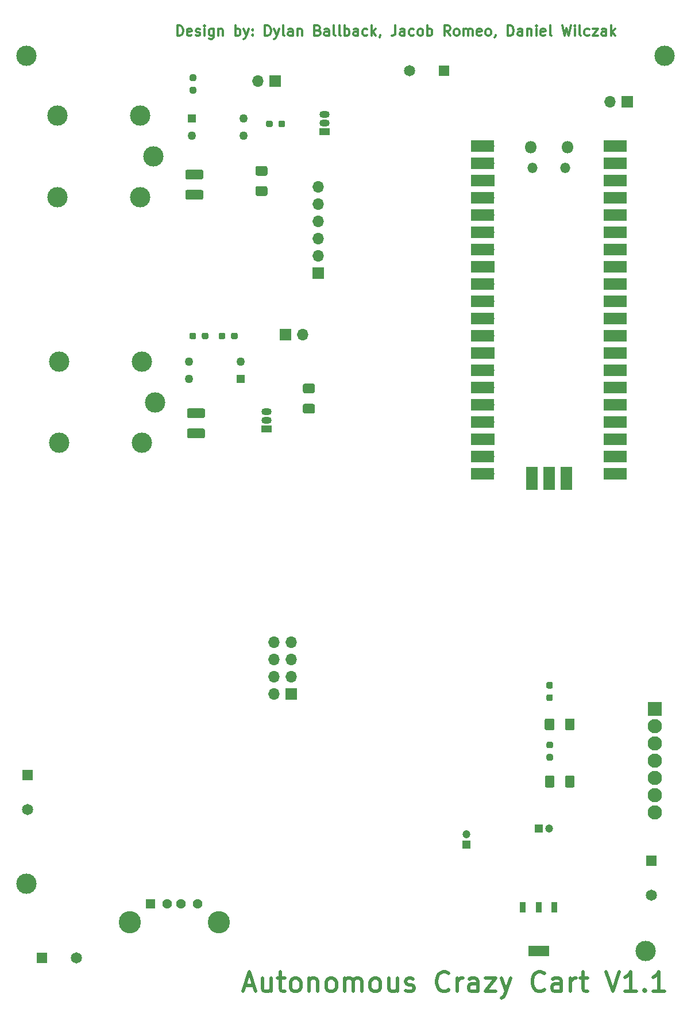
<source format=gbr>
%TF.GenerationSoftware,KiCad,Pcbnew,(5.1.10-1-10_14)*%
%TF.CreationDate,2021-10-16T18:52:24-04:00*%
%TF.ProjectId,CC_PCB_V1,43435f50-4342-45f5-9631-2e6b69636164,10/13/2021*%
%TF.SameCoordinates,Original*%
%TF.FileFunction,Soldermask,Top*%
%TF.FilePolarity,Negative*%
%FSLAX46Y46*%
G04 Gerber Fmt 4.6, Leading zero omitted, Abs format (unit mm)*
G04 Created by KiCad (PCBNEW (5.1.10-1-10_14)) date 2021-10-16 18:52:24*
%MOMM*%
%LPD*%
G01*
G04 APERTURE LIST*
%ADD10C,0.300000*%
%ADD11C,0.500000*%
%ADD12C,3.276000*%
%ADD13C,1.428000*%
%ADD14R,1.428000X1.428000*%
%ADD15C,1.200000*%
%ADD16R,1.200000X1.200000*%
%ADD17C,3.000000*%
%ADD18R,1.500000X1.050000*%
%ADD19O,1.500000X1.050000*%
%ADD20C,1.260000*%
%ADD21R,1.260000X1.260000*%
%ADD22O,1.700000X1.700000*%
%ADD23R,1.700000X1.700000*%
%ADD24C,1.650000*%
%ADD25R,1.650000X1.650000*%
%ADD26R,3.098800X1.600200*%
%ADD27R,0.838200X1.600200*%
%ADD28R,1.700000X3.500000*%
%ADD29O,1.500000X1.500000*%
%ADD30O,1.800000X1.800000*%
%ADD31R,3.500000X1.700000*%
%ADD32C,2.100000*%
%ADD33R,2.100000X2.100000*%
G04 APERTURE END LIST*
D10*
X82214285Y-19078571D02*
X82214285Y-17578571D01*
X82571428Y-17578571D01*
X82785714Y-17650000D01*
X82928571Y-17792857D01*
X83000000Y-17935714D01*
X83071428Y-18221428D01*
X83071428Y-18435714D01*
X83000000Y-18721428D01*
X82928571Y-18864285D01*
X82785714Y-19007142D01*
X82571428Y-19078571D01*
X82214285Y-19078571D01*
X84285714Y-19007142D02*
X84142857Y-19078571D01*
X83857142Y-19078571D01*
X83714285Y-19007142D01*
X83642857Y-18864285D01*
X83642857Y-18292857D01*
X83714285Y-18150000D01*
X83857142Y-18078571D01*
X84142857Y-18078571D01*
X84285714Y-18150000D01*
X84357142Y-18292857D01*
X84357142Y-18435714D01*
X83642857Y-18578571D01*
X84928571Y-19007142D02*
X85071428Y-19078571D01*
X85357142Y-19078571D01*
X85500000Y-19007142D01*
X85571428Y-18864285D01*
X85571428Y-18792857D01*
X85500000Y-18650000D01*
X85357142Y-18578571D01*
X85142857Y-18578571D01*
X85000000Y-18507142D01*
X84928571Y-18364285D01*
X84928571Y-18292857D01*
X85000000Y-18150000D01*
X85142857Y-18078571D01*
X85357142Y-18078571D01*
X85500000Y-18150000D01*
X86214285Y-19078571D02*
X86214285Y-18078571D01*
X86214285Y-17578571D02*
X86142857Y-17650000D01*
X86214285Y-17721428D01*
X86285714Y-17650000D01*
X86214285Y-17578571D01*
X86214285Y-17721428D01*
X87571428Y-18078571D02*
X87571428Y-19292857D01*
X87500000Y-19435714D01*
X87428571Y-19507142D01*
X87285714Y-19578571D01*
X87071428Y-19578571D01*
X86928571Y-19507142D01*
X87571428Y-19007142D02*
X87428571Y-19078571D01*
X87142857Y-19078571D01*
X87000000Y-19007142D01*
X86928571Y-18935714D01*
X86857142Y-18792857D01*
X86857142Y-18364285D01*
X86928571Y-18221428D01*
X87000000Y-18150000D01*
X87142857Y-18078571D01*
X87428571Y-18078571D01*
X87571428Y-18150000D01*
X88285714Y-18078571D02*
X88285714Y-19078571D01*
X88285714Y-18221428D02*
X88357142Y-18150000D01*
X88500000Y-18078571D01*
X88714285Y-18078571D01*
X88857142Y-18150000D01*
X88928571Y-18292857D01*
X88928571Y-19078571D01*
X90785714Y-19078571D02*
X90785714Y-17578571D01*
X90785714Y-18150000D02*
X90928571Y-18078571D01*
X91214285Y-18078571D01*
X91357142Y-18150000D01*
X91428571Y-18221428D01*
X91500000Y-18364285D01*
X91500000Y-18792857D01*
X91428571Y-18935714D01*
X91357142Y-19007142D01*
X91214285Y-19078571D01*
X90928571Y-19078571D01*
X90785714Y-19007142D01*
X92000000Y-18078571D02*
X92357142Y-19078571D01*
X92714285Y-18078571D02*
X92357142Y-19078571D01*
X92214285Y-19435714D01*
X92142857Y-19507142D01*
X92000000Y-19578571D01*
X93285714Y-18935714D02*
X93357142Y-19007142D01*
X93285714Y-19078571D01*
X93214285Y-19007142D01*
X93285714Y-18935714D01*
X93285714Y-19078571D01*
X93285714Y-18150000D02*
X93357142Y-18221428D01*
X93285714Y-18292857D01*
X93214285Y-18221428D01*
X93285714Y-18150000D01*
X93285714Y-18292857D01*
X95142857Y-19078571D02*
X95142857Y-17578571D01*
X95500000Y-17578571D01*
X95714285Y-17650000D01*
X95857142Y-17792857D01*
X95928571Y-17935714D01*
X96000000Y-18221428D01*
X96000000Y-18435714D01*
X95928571Y-18721428D01*
X95857142Y-18864285D01*
X95714285Y-19007142D01*
X95500000Y-19078571D01*
X95142857Y-19078571D01*
X96500000Y-18078571D02*
X96857142Y-19078571D01*
X97214285Y-18078571D02*
X96857142Y-19078571D01*
X96714285Y-19435714D01*
X96642857Y-19507142D01*
X96500000Y-19578571D01*
X98000000Y-19078571D02*
X97857142Y-19007142D01*
X97785714Y-18864285D01*
X97785714Y-17578571D01*
X99214285Y-19078571D02*
X99214285Y-18292857D01*
X99142857Y-18150000D01*
X99000000Y-18078571D01*
X98714285Y-18078571D01*
X98571428Y-18150000D01*
X99214285Y-19007142D02*
X99071428Y-19078571D01*
X98714285Y-19078571D01*
X98571428Y-19007142D01*
X98500000Y-18864285D01*
X98500000Y-18721428D01*
X98571428Y-18578571D01*
X98714285Y-18507142D01*
X99071428Y-18507142D01*
X99214285Y-18435714D01*
X99928571Y-18078571D02*
X99928571Y-19078571D01*
X99928571Y-18221428D02*
X100000000Y-18150000D01*
X100142857Y-18078571D01*
X100357142Y-18078571D01*
X100500000Y-18150000D01*
X100571428Y-18292857D01*
X100571428Y-19078571D01*
X102928571Y-18292857D02*
X103142857Y-18364285D01*
X103214285Y-18435714D01*
X103285714Y-18578571D01*
X103285714Y-18792857D01*
X103214285Y-18935714D01*
X103142857Y-19007142D01*
X103000000Y-19078571D01*
X102428571Y-19078571D01*
X102428571Y-17578571D01*
X102928571Y-17578571D01*
X103071428Y-17650000D01*
X103142857Y-17721428D01*
X103214285Y-17864285D01*
X103214285Y-18007142D01*
X103142857Y-18150000D01*
X103071428Y-18221428D01*
X102928571Y-18292857D01*
X102428571Y-18292857D01*
X104571428Y-19078571D02*
X104571428Y-18292857D01*
X104500000Y-18150000D01*
X104357142Y-18078571D01*
X104071428Y-18078571D01*
X103928571Y-18150000D01*
X104571428Y-19007142D02*
X104428571Y-19078571D01*
X104071428Y-19078571D01*
X103928571Y-19007142D01*
X103857142Y-18864285D01*
X103857142Y-18721428D01*
X103928571Y-18578571D01*
X104071428Y-18507142D01*
X104428571Y-18507142D01*
X104571428Y-18435714D01*
X105500000Y-19078571D02*
X105357142Y-19007142D01*
X105285714Y-18864285D01*
X105285714Y-17578571D01*
X106285714Y-19078571D02*
X106142857Y-19007142D01*
X106071428Y-18864285D01*
X106071428Y-17578571D01*
X106857142Y-19078571D02*
X106857142Y-17578571D01*
X106857142Y-18150000D02*
X107000000Y-18078571D01*
X107285714Y-18078571D01*
X107428571Y-18150000D01*
X107500000Y-18221428D01*
X107571428Y-18364285D01*
X107571428Y-18792857D01*
X107500000Y-18935714D01*
X107428571Y-19007142D01*
X107285714Y-19078571D01*
X107000000Y-19078571D01*
X106857142Y-19007142D01*
X108857142Y-19078571D02*
X108857142Y-18292857D01*
X108785714Y-18150000D01*
X108642857Y-18078571D01*
X108357142Y-18078571D01*
X108214285Y-18150000D01*
X108857142Y-19007142D02*
X108714285Y-19078571D01*
X108357142Y-19078571D01*
X108214285Y-19007142D01*
X108142857Y-18864285D01*
X108142857Y-18721428D01*
X108214285Y-18578571D01*
X108357142Y-18507142D01*
X108714285Y-18507142D01*
X108857142Y-18435714D01*
X110214285Y-19007142D02*
X110071428Y-19078571D01*
X109785714Y-19078571D01*
X109642857Y-19007142D01*
X109571428Y-18935714D01*
X109500000Y-18792857D01*
X109500000Y-18364285D01*
X109571428Y-18221428D01*
X109642857Y-18150000D01*
X109785714Y-18078571D01*
X110071428Y-18078571D01*
X110214285Y-18150000D01*
X110857142Y-19078571D02*
X110857142Y-17578571D01*
X111000000Y-18507142D02*
X111428571Y-19078571D01*
X111428571Y-18078571D02*
X110857142Y-18650000D01*
X112142857Y-19007142D02*
X112142857Y-19078571D01*
X112071428Y-19221428D01*
X112000000Y-19292857D01*
X114357142Y-17578571D02*
X114357142Y-18650000D01*
X114285714Y-18864285D01*
X114142857Y-19007142D01*
X113928571Y-19078571D01*
X113785714Y-19078571D01*
X115714285Y-19078571D02*
X115714285Y-18292857D01*
X115642857Y-18150000D01*
X115500000Y-18078571D01*
X115214285Y-18078571D01*
X115071428Y-18150000D01*
X115714285Y-19007142D02*
X115571428Y-19078571D01*
X115214285Y-19078571D01*
X115071428Y-19007142D01*
X115000000Y-18864285D01*
X115000000Y-18721428D01*
X115071428Y-18578571D01*
X115214285Y-18507142D01*
X115571428Y-18507142D01*
X115714285Y-18435714D01*
X117071428Y-19007142D02*
X116928571Y-19078571D01*
X116642857Y-19078571D01*
X116500000Y-19007142D01*
X116428571Y-18935714D01*
X116357142Y-18792857D01*
X116357142Y-18364285D01*
X116428571Y-18221428D01*
X116500000Y-18150000D01*
X116642857Y-18078571D01*
X116928571Y-18078571D01*
X117071428Y-18150000D01*
X117928571Y-19078571D02*
X117785714Y-19007142D01*
X117714285Y-18935714D01*
X117642857Y-18792857D01*
X117642857Y-18364285D01*
X117714285Y-18221428D01*
X117785714Y-18150000D01*
X117928571Y-18078571D01*
X118142857Y-18078571D01*
X118285714Y-18150000D01*
X118357142Y-18221428D01*
X118428571Y-18364285D01*
X118428571Y-18792857D01*
X118357142Y-18935714D01*
X118285714Y-19007142D01*
X118142857Y-19078571D01*
X117928571Y-19078571D01*
X119071428Y-19078571D02*
X119071428Y-17578571D01*
X119071428Y-18150000D02*
X119214285Y-18078571D01*
X119500000Y-18078571D01*
X119642857Y-18150000D01*
X119714285Y-18221428D01*
X119785714Y-18364285D01*
X119785714Y-18792857D01*
X119714285Y-18935714D01*
X119642857Y-19007142D01*
X119500000Y-19078571D01*
X119214285Y-19078571D01*
X119071428Y-19007142D01*
X122428571Y-19078571D02*
X121928571Y-18364285D01*
X121571428Y-19078571D02*
X121571428Y-17578571D01*
X122142857Y-17578571D01*
X122285714Y-17650000D01*
X122357142Y-17721428D01*
X122428571Y-17864285D01*
X122428571Y-18078571D01*
X122357142Y-18221428D01*
X122285714Y-18292857D01*
X122142857Y-18364285D01*
X121571428Y-18364285D01*
X123285714Y-19078571D02*
X123142857Y-19007142D01*
X123071428Y-18935714D01*
X123000000Y-18792857D01*
X123000000Y-18364285D01*
X123071428Y-18221428D01*
X123142857Y-18150000D01*
X123285714Y-18078571D01*
X123500000Y-18078571D01*
X123642857Y-18150000D01*
X123714285Y-18221428D01*
X123785714Y-18364285D01*
X123785714Y-18792857D01*
X123714285Y-18935714D01*
X123642857Y-19007142D01*
X123500000Y-19078571D01*
X123285714Y-19078571D01*
X124428571Y-19078571D02*
X124428571Y-18078571D01*
X124428571Y-18221428D02*
X124500000Y-18150000D01*
X124642857Y-18078571D01*
X124857142Y-18078571D01*
X125000000Y-18150000D01*
X125071428Y-18292857D01*
X125071428Y-19078571D01*
X125071428Y-18292857D02*
X125142857Y-18150000D01*
X125285714Y-18078571D01*
X125500000Y-18078571D01*
X125642857Y-18150000D01*
X125714285Y-18292857D01*
X125714285Y-19078571D01*
X127000000Y-19007142D02*
X126857142Y-19078571D01*
X126571428Y-19078571D01*
X126428571Y-19007142D01*
X126357142Y-18864285D01*
X126357142Y-18292857D01*
X126428571Y-18150000D01*
X126571428Y-18078571D01*
X126857142Y-18078571D01*
X127000000Y-18150000D01*
X127071428Y-18292857D01*
X127071428Y-18435714D01*
X126357142Y-18578571D01*
X127928571Y-19078571D02*
X127785714Y-19007142D01*
X127714285Y-18935714D01*
X127642857Y-18792857D01*
X127642857Y-18364285D01*
X127714285Y-18221428D01*
X127785714Y-18150000D01*
X127928571Y-18078571D01*
X128142857Y-18078571D01*
X128285714Y-18150000D01*
X128357142Y-18221428D01*
X128428571Y-18364285D01*
X128428571Y-18792857D01*
X128357142Y-18935714D01*
X128285714Y-19007142D01*
X128142857Y-19078571D01*
X127928571Y-19078571D01*
X129142857Y-19007142D02*
X129142857Y-19078571D01*
X129071428Y-19221428D01*
X129000000Y-19292857D01*
X130928571Y-19078571D02*
X130928571Y-17578571D01*
X131285714Y-17578571D01*
X131500000Y-17650000D01*
X131642857Y-17792857D01*
X131714285Y-17935714D01*
X131785714Y-18221428D01*
X131785714Y-18435714D01*
X131714285Y-18721428D01*
X131642857Y-18864285D01*
X131500000Y-19007142D01*
X131285714Y-19078571D01*
X130928571Y-19078571D01*
X133071428Y-19078571D02*
X133071428Y-18292857D01*
X133000000Y-18150000D01*
X132857142Y-18078571D01*
X132571428Y-18078571D01*
X132428571Y-18150000D01*
X133071428Y-19007142D02*
X132928571Y-19078571D01*
X132571428Y-19078571D01*
X132428571Y-19007142D01*
X132357142Y-18864285D01*
X132357142Y-18721428D01*
X132428571Y-18578571D01*
X132571428Y-18507142D01*
X132928571Y-18507142D01*
X133071428Y-18435714D01*
X133785714Y-18078571D02*
X133785714Y-19078571D01*
X133785714Y-18221428D02*
X133857142Y-18150000D01*
X134000000Y-18078571D01*
X134214285Y-18078571D01*
X134357142Y-18150000D01*
X134428571Y-18292857D01*
X134428571Y-19078571D01*
X135142857Y-19078571D02*
X135142857Y-18078571D01*
X135142857Y-17578571D02*
X135071428Y-17650000D01*
X135142857Y-17721428D01*
X135214285Y-17650000D01*
X135142857Y-17578571D01*
X135142857Y-17721428D01*
X136428571Y-19007142D02*
X136285714Y-19078571D01*
X136000000Y-19078571D01*
X135857142Y-19007142D01*
X135785714Y-18864285D01*
X135785714Y-18292857D01*
X135857142Y-18150000D01*
X136000000Y-18078571D01*
X136285714Y-18078571D01*
X136428571Y-18150000D01*
X136500000Y-18292857D01*
X136500000Y-18435714D01*
X135785714Y-18578571D01*
X137357142Y-19078571D02*
X137214285Y-19007142D01*
X137142857Y-18864285D01*
X137142857Y-17578571D01*
X138928571Y-17578571D02*
X139285714Y-19078571D01*
X139571428Y-18007142D01*
X139857142Y-19078571D01*
X140214285Y-17578571D01*
X140785714Y-19078571D02*
X140785714Y-18078571D01*
X140785714Y-17578571D02*
X140714285Y-17650000D01*
X140785714Y-17721428D01*
X140857142Y-17650000D01*
X140785714Y-17578571D01*
X140785714Y-17721428D01*
X141714285Y-19078571D02*
X141571428Y-19007142D01*
X141500000Y-18864285D01*
X141500000Y-17578571D01*
X142928571Y-19007142D02*
X142785714Y-19078571D01*
X142500000Y-19078571D01*
X142357142Y-19007142D01*
X142285714Y-18935714D01*
X142214285Y-18792857D01*
X142214285Y-18364285D01*
X142285714Y-18221428D01*
X142357142Y-18150000D01*
X142500000Y-18078571D01*
X142785714Y-18078571D01*
X142928571Y-18150000D01*
X143428571Y-18078571D02*
X144214285Y-18078571D01*
X143428571Y-19078571D01*
X144214285Y-19078571D01*
X145428571Y-19078571D02*
X145428571Y-18292857D01*
X145357142Y-18150000D01*
X145214285Y-18078571D01*
X144928571Y-18078571D01*
X144785714Y-18150000D01*
X145428571Y-19007142D02*
X145285714Y-19078571D01*
X144928571Y-19078571D01*
X144785714Y-19007142D01*
X144714285Y-18864285D01*
X144714285Y-18721428D01*
X144785714Y-18578571D01*
X144928571Y-18507142D01*
X145285714Y-18507142D01*
X145428571Y-18435714D01*
X146142857Y-19078571D02*
X146142857Y-17578571D01*
X146285714Y-18507142D02*
X146714285Y-19078571D01*
X146714285Y-18078571D02*
X146142857Y-18650000D01*
D11*
X92129666Y-158980733D02*
X93510619Y-158980733D01*
X91853476Y-159809304D02*
X92820142Y-156909304D01*
X93786809Y-159809304D01*
X95996333Y-157875971D02*
X95996333Y-159809304D01*
X94753476Y-157875971D02*
X94753476Y-159395019D01*
X94891571Y-159671209D01*
X95167761Y-159809304D01*
X95582047Y-159809304D01*
X95858238Y-159671209D01*
X95996333Y-159533114D01*
X96962999Y-157875971D02*
X98067761Y-157875971D01*
X97377285Y-156909304D02*
X97377285Y-159395019D01*
X97515380Y-159671209D01*
X97791571Y-159809304D01*
X98067761Y-159809304D01*
X99448714Y-159809304D02*
X99172523Y-159671209D01*
X99034428Y-159533114D01*
X98896333Y-159256923D01*
X98896333Y-158428352D01*
X99034428Y-158152161D01*
X99172523Y-158014066D01*
X99448714Y-157875971D01*
X99862999Y-157875971D01*
X100139190Y-158014066D01*
X100277285Y-158152161D01*
X100415380Y-158428352D01*
X100415380Y-159256923D01*
X100277285Y-159533114D01*
X100139190Y-159671209D01*
X99862999Y-159809304D01*
X99448714Y-159809304D01*
X101658238Y-157875971D02*
X101658238Y-159809304D01*
X101658238Y-158152161D02*
X101796333Y-158014066D01*
X102072523Y-157875971D01*
X102486809Y-157875971D01*
X102762999Y-158014066D01*
X102901095Y-158290257D01*
X102901095Y-159809304D01*
X104696333Y-159809304D02*
X104420142Y-159671209D01*
X104282047Y-159533114D01*
X104143952Y-159256923D01*
X104143952Y-158428352D01*
X104282047Y-158152161D01*
X104420142Y-158014066D01*
X104696333Y-157875971D01*
X105110619Y-157875971D01*
X105386809Y-158014066D01*
X105524904Y-158152161D01*
X105662999Y-158428352D01*
X105662999Y-159256923D01*
X105524904Y-159533114D01*
X105386809Y-159671209D01*
X105110619Y-159809304D01*
X104696333Y-159809304D01*
X106905857Y-159809304D02*
X106905857Y-157875971D01*
X106905857Y-158152161D02*
X107043952Y-158014066D01*
X107320142Y-157875971D01*
X107734428Y-157875971D01*
X108010619Y-158014066D01*
X108148714Y-158290257D01*
X108148714Y-159809304D01*
X108148714Y-158290257D02*
X108286809Y-158014066D01*
X108562999Y-157875971D01*
X108977285Y-157875971D01*
X109253476Y-158014066D01*
X109391571Y-158290257D01*
X109391571Y-159809304D01*
X111186809Y-159809304D02*
X110910619Y-159671209D01*
X110772523Y-159533114D01*
X110634428Y-159256923D01*
X110634428Y-158428352D01*
X110772523Y-158152161D01*
X110910619Y-158014066D01*
X111186809Y-157875971D01*
X111601095Y-157875971D01*
X111877285Y-158014066D01*
X112015380Y-158152161D01*
X112153476Y-158428352D01*
X112153476Y-159256923D01*
X112015380Y-159533114D01*
X111877285Y-159671209D01*
X111601095Y-159809304D01*
X111186809Y-159809304D01*
X114639190Y-157875971D02*
X114639190Y-159809304D01*
X113396333Y-157875971D02*
X113396333Y-159395019D01*
X113534428Y-159671209D01*
X113810619Y-159809304D01*
X114224904Y-159809304D01*
X114501095Y-159671209D01*
X114639190Y-159533114D01*
X115882047Y-159671209D02*
X116158238Y-159809304D01*
X116710619Y-159809304D01*
X116986809Y-159671209D01*
X117124904Y-159395019D01*
X117124904Y-159256923D01*
X116986809Y-158980733D01*
X116710619Y-158842638D01*
X116296333Y-158842638D01*
X116020142Y-158704542D01*
X115882047Y-158428352D01*
X115882047Y-158290257D01*
X116020142Y-158014066D01*
X116296333Y-157875971D01*
X116710619Y-157875971D01*
X116986809Y-158014066D01*
X122234428Y-159533114D02*
X122096333Y-159671209D01*
X121682047Y-159809304D01*
X121405857Y-159809304D01*
X120991571Y-159671209D01*
X120715380Y-159395019D01*
X120577285Y-159118828D01*
X120439190Y-158566447D01*
X120439190Y-158152161D01*
X120577285Y-157599780D01*
X120715380Y-157323590D01*
X120991571Y-157047400D01*
X121405857Y-156909304D01*
X121682047Y-156909304D01*
X122096333Y-157047400D01*
X122234428Y-157185495D01*
X123477285Y-159809304D02*
X123477285Y-157875971D01*
X123477285Y-158428352D02*
X123615380Y-158152161D01*
X123753476Y-158014066D01*
X124029666Y-157875971D01*
X124305857Y-157875971D01*
X126515380Y-159809304D02*
X126515380Y-158290257D01*
X126377285Y-158014066D01*
X126101095Y-157875971D01*
X125548714Y-157875971D01*
X125272523Y-158014066D01*
X126515380Y-159671209D02*
X126239190Y-159809304D01*
X125548714Y-159809304D01*
X125272523Y-159671209D01*
X125134428Y-159395019D01*
X125134428Y-159118828D01*
X125272523Y-158842638D01*
X125548714Y-158704542D01*
X126239190Y-158704542D01*
X126515380Y-158566447D01*
X127620142Y-157875971D02*
X129139190Y-157875971D01*
X127620142Y-159809304D01*
X129139190Y-159809304D01*
X129967761Y-157875971D02*
X130658238Y-159809304D01*
X131348714Y-157875971D02*
X130658238Y-159809304D01*
X130382047Y-160499780D01*
X130243952Y-160637876D01*
X129967761Y-160775971D01*
X136320142Y-159533114D02*
X136182047Y-159671209D01*
X135767761Y-159809304D01*
X135491571Y-159809304D01*
X135077285Y-159671209D01*
X134801095Y-159395019D01*
X134662999Y-159118828D01*
X134524904Y-158566447D01*
X134524904Y-158152161D01*
X134662999Y-157599780D01*
X134801095Y-157323590D01*
X135077285Y-157047400D01*
X135491571Y-156909304D01*
X135767761Y-156909304D01*
X136182047Y-157047400D01*
X136320142Y-157185495D01*
X138805857Y-159809304D02*
X138805857Y-158290257D01*
X138667761Y-158014066D01*
X138391571Y-157875971D01*
X137839190Y-157875971D01*
X137562999Y-158014066D01*
X138805857Y-159671209D02*
X138529666Y-159809304D01*
X137839190Y-159809304D01*
X137562999Y-159671209D01*
X137424904Y-159395019D01*
X137424904Y-159118828D01*
X137562999Y-158842638D01*
X137839190Y-158704542D01*
X138529666Y-158704542D01*
X138805857Y-158566447D01*
X140186809Y-159809304D02*
X140186809Y-157875971D01*
X140186809Y-158428352D02*
X140324904Y-158152161D01*
X140462999Y-158014066D01*
X140739190Y-157875971D01*
X141015380Y-157875971D01*
X141567761Y-157875971D02*
X142672523Y-157875971D01*
X141982047Y-156909304D02*
X141982047Y-159395019D01*
X142120142Y-159671209D01*
X142396333Y-159809304D01*
X142672523Y-159809304D01*
X145434428Y-156909304D02*
X146401095Y-159809304D01*
X147367761Y-156909304D01*
X149853476Y-159809304D02*
X148196333Y-159809304D01*
X149024904Y-159809304D02*
X149024904Y-156909304D01*
X148748714Y-157323590D01*
X148472523Y-157599780D01*
X148196333Y-157737876D01*
X151096333Y-159533114D02*
X151234428Y-159671209D01*
X151096333Y-159809304D01*
X150958238Y-159671209D01*
X151096333Y-159533114D01*
X151096333Y-159809304D01*
X153996333Y-159809304D02*
X152339190Y-159809304D01*
X153167761Y-159809304D02*
X153167761Y-156909304D01*
X152891571Y-157323590D01*
X152615380Y-157599780D01*
X152339190Y-157737876D01*
%TO.C,R6*%
G36*
G01*
X137321300Y-115221200D02*
X136846300Y-115221200D01*
G75*
G02*
X136608800Y-114983700I0J237500D01*
G01*
X136608800Y-114483700D01*
G75*
G02*
X136846300Y-114246200I237500J0D01*
G01*
X137321300Y-114246200D01*
G75*
G02*
X137558800Y-114483700I0J-237500D01*
G01*
X137558800Y-114983700D01*
G75*
G02*
X137321300Y-115221200I-237500J0D01*
G01*
G37*
G36*
G01*
X137321300Y-117046200D02*
X136846300Y-117046200D01*
G75*
G02*
X136608800Y-116808700I0J237500D01*
G01*
X136608800Y-116308700D01*
G75*
G02*
X136846300Y-116071200I237500J0D01*
G01*
X137321300Y-116071200D01*
G75*
G02*
X137558800Y-116308700I0J-237500D01*
G01*
X137558800Y-116808700D01*
G75*
G02*
X137321300Y-117046200I-237500J0D01*
G01*
G37*
%TD*%
%TO.C,R5*%
G36*
G01*
X137346700Y-124007700D02*
X136871700Y-124007700D01*
G75*
G02*
X136634200Y-123770200I0J237500D01*
G01*
X136634200Y-123270200D01*
G75*
G02*
X136871700Y-123032700I237500J0D01*
G01*
X137346700Y-123032700D01*
G75*
G02*
X137584200Y-123270200I0J-237500D01*
G01*
X137584200Y-123770200D01*
G75*
G02*
X137346700Y-124007700I-237500J0D01*
G01*
G37*
G36*
G01*
X137346700Y-125832700D02*
X136871700Y-125832700D01*
G75*
G02*
X136634200Y-125595200I0J237500D01*
G01*
X136634200Y-125095200D01*
G75*
G02*
X136871700Y-124857700I237500J0D01*
G01*
X137346700Y-124857700D01*
G75*
G02*
X137584200Y-125095200I0J-237500D01*
G01*
X137584200Y-125595200D01*
G75*
G02*
X137346700Y-125832700I-237500J0D01*
G01*
G37*
%TD*%
%TO.C,D6*%
G36*
G01*
X137796300Y-119872600D02*
X137796300Y-121122600D01*
G75*
G02*
X137546300Y-121372600I-250000J0D01*
G01*
X136621300Y-121372600D01*
G75*
G02*
X136371300Y-121122600I0J250000D01*
G01*
X136371300Y-119872600D01*
G75*
G02*
X136621300Y-119622600I250000J0D01*
G01*
X137546300Y-119622600D01*
G75*
G02*
X137796300Y-119872600I0J-250000D01*
G01*
G37*
G36*
G01*
X140771300Y-119872600D02*
X140771300Y-121122600D01*
G75*
G02*
X140521300Y-121372600I-250000J0D01*
G01*
X139596300Y-121372600D01*
G75*
G02*
X139346300Y-121122600I0J250000D01*
G01*
X139346300Y-119872600D01*
G75*
G02*
X139596300Y-119622600I250000J0D01*
G01*
X140521300Y-119622600D01*
G75*
G02*
X140771300Y-119872600I0J-250000D01*
G01*
G37*
%TD*%
%TO.C,D5*%
G36*
G01*
X137807400Y-128280000D02*
X137807400Y-129530000D01*
G75*
G02*
X137557400Y-129780000I-250000J0D01*
G01*
X136632400Y-129780000D01*
G75*
G02*
X136382400Y-129530000I0J250000D01*
G01*
X136382400Y-128280000D01*
G75*
G02*
X136632400Y-128030000I250000J0D01*
G01*
X137557400Y-128030000D01*
G75*
G02*
X137807400Y-128280000I0J-250000D01*
G01*
G37*
G36*
G01*
X140782400Y-128280000D02*
X140782400Y-129530000D01*
G75*
G02*
X140532400Y-129780000I-250000J0D01*
G01*
X139607400Y-129780000D01*
G75*
G02*
X139357400Y-129530000I0J250000D01*
G01*
X139357400Y-128280000D01*
G75*
G02*
X139607400Y-128030000I250000J0D01*
G01*
X140532400Y-128030000D01*
G75*
G02*
X140782400Y-128280000I0J-250000D01*
G01*
G37*
%TD*%
D12*
%TO.C,J3*%
X88307200Y-149618700D03*
X75167200Y-149618700D03*
D13*
X85237200Y-146908700D03*
X82737200Y-146908700D03*
X80737200Y-146908700D03*
D14*
X78237200Y-146908700D03*
%TD*%
D15*
%TO.C,C2*%
X124828300Y-136663300D03*
D16*
X124828300Y-138163300D03*
%TD*%
D15*
%TO.C,C1*%
X137021700Y-135851900D03*
D16*
X135521700Y-135851900D03*
%TD*%
%TO.C,R4*%
G36*
G01*
X84975000Y-63062500D02*
X84975000Y-63537500D01*
G75*
G02*
X84737500Y-63775000I-237500J0D01*
G01*
X84237500Y-63775000D01*
G75*
G02*
X84000000Y-63537500I0J237500D01*
G01*
X84000000Y-63062500D01*
G75*
G02*
X84237500Y-62825000I237500J0D01*
G01*
X84737500Y-62825000D01*
G75*
G02*
X84975000Y-63062500I0J-237500D01*
G01*
G37*
G36*
G01*
X86800000Y-63062500D02*
X86800000Y-63537500D01*
G75*
G02*
X86562500Y-63775000I-237500J0D01*
G01*
X86062500Y-63775000D01*
G75*
G02*
X85825000Y-63537500I0J237500D01*
G01*
X85825000Y-63062500D01*
G75*
G02*
X86062500Y-62825000I237500J0D01*
G01*
X86562500Y-62825000D01*
G75*
G02*
X86800000Y-63062500I0J-237500D01*
G01*
G37*
%TD*%
%TO.C,R3*%
G36*
G01*
X96262000Y-31830000D02*
X96262000Y-32305000D01*
G75*
G02*
X96024500Y-32542500I-237500J0D01*
G01*
X95524500Y-32542500D01*
G75*
G02*
X95287000Y-32305000I0J237500D01*
G01*
X95287000Y-31830000D01*
G75*
G02*
X95524500Y-31592500I237500J0D01*
G01*
X96024500Y-31592500D01*
G75*
G02*
X96262000Y-31830000I0J-237500D01*
G01*
G37*
G36*
G01*
X98087000Y-31830000D02*
X98087000Y-32305000D01*
G75*
G02*
X97849500Y-32542500I-237500J0D01*
G01*
X97349500Y-32542500D01*
G75*
G02*
X97112000Y-32305000I0J237500D01*
G01*
X97112000Y-31830000D01*
G75*
G02*
X97349500Y-31592500I237500J0D01*
G01*
X97849500Y-31592500D01*
G75*
G02*
X98087000Y-31830000I0J-237500D01*
G01*
G37*
%TD*%
%TO.C,R2*%
G36*
G01*
X89275000Y-63062500D02*
X89275000Y-63537500D01*
G75*
G02*
X89037500Y-63775000I-237500J0D01*
G01*
X88537500Y-63775000D01*
G75*
G02*
X88300000Y-63537500I0J237500D01*
G01*
X88300000Y-63062500D01*
G75*
G02*
X88537500Y-62825000I237500J0D01*
G01*
X89037500Y-62825000D01*
G75*
G02*
X89275000Y-63062500I0J-237500D01*
G01*
G37*
G36*
G01*
X91100000Y-63062500D02*
X91100000Y-63537500D01*
G75*
G02*
X90862500Y-63775000I-237500J0D01*
G01*
X90362500Y-63775000D01*
G75*
G02*
X90125000Y-63537500I0J237500D01*
G01*
X90125000Y-63062500D01*
G75*
G02*
X90362500Y-62825000I237500J0D01*
G01*
X90862500Y-62825000D01*
G75*
G02*
X91100000Y-63062500I0J-237500D01*
G01*
G37*
%TD*%
%TO.C,R1*%
G36*
G01*
X84281000Y-26610500D02*
X84756000Y-26610500D01*
G75*
G02*
X84993500Y-26848000I0J-237500D01*
G01*
X84993500Y-27348000D01*
G75*
G02*
X84756000Y-27585500I-237500J0D01*
G01*
X84281000Y-27585500D01*
G75*
G02*
X84043500Y-27348000I0J237500D01*
G01*
X84043500Y-26848000D01*
G75*
G02*
X84281000Y-26610500I237500J0D01*
G01*
G37*
G36*
G01*
X84281000Y-24785500D02*
X84756000Y-24785500D01*
G75*
G02*
X84993500Y-25023000I0J-237500D01*
G01*
X84993500Y-25523000D01*
G75*
G02*
X84756000Y-25760500I-237500J0D01*
G01*
X84281000Y-25760500D01*
G75*
G02*
X84043500Y-25523000I0J237500D01*
G01*
X84043500Y-25023000D01*
G75*
G02*
X84281000Y-24785500I237500J0D01*
G01*
G37*
%TD*%
%TO.C,D4*%
G36*
G01*
X86038000Y-75388500D02*
X83888000Y-75388500D01*
G75*
G02*
X83638000Y-75138500I0J250000D01*
G01*
X83638000Y-74213500D01*
G75*
G02*
X83888000Y-73963500I250000J0D01*
G01*
X86038000Y-73963500D01*
G75*
G02*
X86288000Y-74213500I0J-250000D01*
G01*
X86288000Y-75138500D01*
G75*
G02*
X86038000Y-75388500I-250000J0D01*
G01*
G37*
G36*
G01*
X86038000Y-78363500D02*
X83888000Y-78363500D01*
G75*
G02*
X83638000Y-78113500I0J250000D01*
G01*
X83638000Y-77188500D01*
G75*
G02*
X83888000Y-76938500I250000J0D01*
G01*
X86038000Y-76938500D01*
G75*
G02*
X86288000Y-77188500I0J-250000D01*
G01*
X86288000Y-78113500D01*
G75*
G02*
X86038000Y-78363500I-250000J0D01*
G01*
G37*
%TD*%
%TO.C,D3*%
G36*
G01*
X85784000Y-40246000D02*
X83634000Y-40246000D01*
G75*
G02*
X83384000Y-39996000I0J250000D01*
G01*
X83384000Y-39071000D01*
G75*
G02*
X83634000Y-38821000I250000J0D01*
G01*
X85784000Y-38821000D01*
G75*
G02*
X86034000Y-39071000I0J-250000D01*
G01*
X86034000Y-39996000D01*
G75*
G02*
X85784000Y-40246000I-250000J0D01*
G01*
G37*
G36*
G01*
X85784000Y-43221000D02*
X83634000Y-43221000D01*
G75*
G02*
X83384000Y-42971000I0J250000D01*
G01*
X83384000Y-42046000D01*
G75*
G02*
X83634000Y-41796000I250000J0D01*
G01*
X85784000Y-41796000D01*
G75*
G02*
X86034000Y-42046000I0J-250000D01*
G01*
X86034000Y-42971000D01*
G75*
G02*
X85784000Y-43221000I-250000J0D01*
G01*
G37*
%TD*%
%TO.C,D2*%
G36*
G01*
X102225000Y-71742000D02*
X100975000Y-71742000D01*
G75*
G02*
X100725000Y-71492000I0J250000D01*
G01*
X100725000Y-70567000D01*
G75*
G02*
X100975000Y-70317000I250000J0D01*
G01*
X102225000Y-70317000D01*
G75*
G02*
X102475000Y-70567000I0J-250000D01*
G01*
X102475000Y-71492000D01*
G75*
G02*
X102225000Y-71742000I-250000J0D01*
G01*
G37*
G36*
G01*
X102225000Y-74717000D02*
X100975000Y-74717000D01*
G75*
G02*
X100725000Y-74467000I0J250000D01*
G01*
X100725000Y-73542000D01*
G75*
G02*
X100975000Y-73292000I250000J0D01*
G01*
X102225000Y-73292000D01*
G75*
G02*
X102475000Y-73542000I0J-250000D01*
G01*
X102475000Y-74467000D01*
G75*
G02*
X102225000Y-74717000I-250000J0D01*
G01*
G37*
%TD*%
%TO.C,D1*%
G36*
G01*
X95240000Y-39701500D02*
X93990000Y-39701500D01*
G75*
G02*
X93740000Y-39451500I0J250000D01*
G01*
X93740000Y-38526500D01*
G75*
G02*
X93990000Y-38276500I250000J0D01*
G01*
X95240000Y-38276500D01*
G75*
G02*
X95490000Y-38526500I0J-250000D01*
G01*
X95490000Y-39451500D01*
G75*
G02*
X95240000Y-39701500I-250000J0D01*
G01*
G37*
G36*
G01*
X95240000Y-42676500D02*
X93990000Y-42676500D01*
G75*
G02*
X93740000Y-42426500I0J250000D01*
G01*
X93740000Y-41501500D01*
G75*
G02*
X93990000Y-41251500I250000J0D01*
G01*
X95240000Y-41251500D01*
G75*
G02*
X95490000Y-41501500I0J-250000D01*
G01*
X95490000Y-42426500D01*
G75*
G02*
X95240000Y-42676500I-250000J0D01*
G01*
G37*
%TD*%
D17*
%TO.C,K2*%
X78970000Y-73056000D03*
X76970000Y-79056000D03*
X64770000Y-79056000D03*
X64770000Y-67056000D03*
X76970000Y-67056000D03*
%TD*%
%TO.C,K1*%
X78716000Y-36861000D03*
X76716000Y-42861000D03*
X64516000Y-42861000D03*
X64516000Y-30861000D03*
X76716000Y-30861000D03*
%TD*%
D18*
%TO.C,Q4*%
X95377000Y-76962000D03*
D19*
X95377000Y-74422000D03*
X95377000Y-75692000D03*
%TD*%
D18*
%TO.C,Q3*%
X103949500Y-33210500D03*
D19*
X103949500Y-30670500D03*
X103949500Y-31940500D03*
%TD*%
D20*
%TO.C,Q2*%
X83947000Y-69596000D03*
X83947000Y-67056000D03*
X91567000Y-67056000D03*
D21*
X91567000Y-69596000D03*
%TD*%
D20*
%TO.C,Q1*%
X91948000Y-31242000D03*
X91948000Y-33782000D03*
X84328000Y-33782000D03*
D21*
X84328000Y-31242000D03*
%TD*%
D22*
%TO.C,J9*%
X145948400Y-28816300D03*
D23*
X148488400Y-28816300D03*
%TD*%
D24*
%TO.C,J8*%
X67360800Y-154889200D03*
D25*
X62280800Y-154889200D03*
%TD*%
D24*
%TO.C,J7*%
X116471700Y-24244300D03*
D25*
X121551700Y-24244300D03*
%TD*%
D22*
%TO.C,J6*%
X100685600Y-63080900D03*
D23*
X98145600Y-63080900D03*
%TD*%
D22*
%TO.C,J4*%
X94107000Y-25781000D03*
D23*
X96647000Y-25781000D03*
%TD*%
D22*
%TO.C,J5*%
X103000000Y-41300000D03*
X103000000Y-43840000D03*
X103000000Y-46380000D03*
X103000000Y-48920000D03*
X103000000Y-51460000D03*
D23*
X103000000Y-54000000D03*
%TD*%
D22*
%TO.C,J2*%
X96460000Y-108380000D03*
X99000000Y-108380000D03*
X96460000Y-110920000D03*
X99000000Y-110920000D03*
X96460000Y-113460000D03*
X99000000Y-113460000D03*
X96460000Y-116000000D03*
D23*
X99000000Y-116000000D03*
%TD*%
D17*
%TO.C,H4*%
X151200000Y-153900000D03*
%TD*%
%TO.C,H3*%
X60000000Y-22000000D03*
%TD*%
%TO.C,H2*%
X60000000Y-144000000D03*
%TD*%
%TO.C,H1*%
X154000000Y-22000000D03*
%TD*%
D24*
%TO.C,Screw_Terminal2*%
X152100000Y-145640000D03*
D25*
X152100000Y-140560000D03*
%TD*%
D26*
%TO.C,U2*%
X135458200Y-153835100D03*
D27*
X133146800Y-147434300D03*
X135458200Y-147434300D03*
X137769600Y-147434300D03*
%TD*%
D22*
%TO.C,U1*%
X139540000Y-83400000D03*
D28*
X139540000Y-84300000D03*
D23*
X137000000Y-83400000D03*
D28*
X137000000Y-84300000D03*
D22*
X134460000Y-83400000D03*
D28*
X134460000Y-84300000D03*
D29*
X139425000Y-38530000D03*
X134575000Y-38530000D03*
D30*
X139725000Y-35500000D03*
X134275000Y-35500000D03*
D31*
X146790000Y-83630000D03*
X146790000Y-81090000D03*
X146790000Y-78550000D03*
X146790000Y-76010000D03*
X146790000Y-73470000D03*
X146790000Y-70930000D03*
X146790000Y-68390000D03*
X146790000Y-65850000D03*
X146790000Y-63310000D03*
X146790000Y-60770000D03*
X146790000Y-58230000D03*
X146790000Y-55690000D03*
X146790000Y-53150000D03*
X146790000Y-50610000D03*
X146790000Y-48070000D03*
X146790000Y-45530000D03*
X146790000Y-42990000D03*
X146790000Y-40450000D03*
X146790000Y-37910000D03*
X146790000Y-35370000D03*
X127210000Y-83630000D03*
X127210000Y-81090000D03*
X127210000Y-78550000D03*
X127210000Y-76010000D03*
X127210000Y-73470000D03*
X127210000Y-70930000D03*
X127210000Y-68390000D03*
X127210000Y-65850000D03*
X127210000Y-63310000D03*
X127210000Y-60770000D03*
X127210000Y-58230000D03*
X127210000Y-55690000D03*
X127210000Y-53150000D03*
X127210000Y-50610000D03*
X127210000Y-48070000D03*
X127210000Y-45530000D03*
X127210000Y-42990000D03*
X127210000Y-40450000D03*
X127210000Y-37910000D03*
X127210000Y-35370000D03*
D22*
X145890000Y-35370000D03*
X145890000Y-37910000D03*
D23*
X145890000Y-40450000D03*
D22*
X145890000Y-42990000D03*
X145890000Y-45530000D03*
X145890000Y-48070000D03*
X145890000Y-50610000D03*
D23*
X145890000Y-53150000D03*
D22*
X145890000Y-55690000D03*
X145890000Y-58230000D03*
X145890000Y-60770000D03*
X145890000Y-63310000D03*
D23*
X145890000Y-65850000D03*
D22*
X145890000Y-68390000D03*
X145890000Y-70930000D03*
X145890000Y-73470000D03*
X145890000Y-76010000D03*
D23*
X145890000Y-78550000D03*
D22*
X145890000Y-81090000D03*
X145890000Y-83630000D03*
X128110000Y-83630000D03*
X128110000Y-81090000D03*
D23*
X128110000Y-78550000D03*
D22*
X128110000Y-76010000D03*
X128110000Y-73470000D03*
X128110000Y-70930000D03*
X128110000Y-68390000D03*
D23*
X128110000Y-65850000D03*
D22*
X128110000Y-63310000D03*
X128110000Y-60770000D03*
X128110000Y-58230000D03*
X128110000Y-55690000D03*
D23*
X128110000Y-53150000D03*
D22*
X128110000Y-50610000D03*
X128110000Y-48070000D03*
X128110000Y-45530000D03*
X128110000Y-42990000D03*
D23*
X128110000Y-40450000D03*
D22*
X128110000Y-37910000D03*
X128110000Y-35370000D03*
%TD*%
D32*
%TO.C,J1*%
X152600000Y-133440000D03*
X152600000Y-130900000D03*
X152600000Y-128360000D03*
X152600000Y-125820000D03*
X152600000Y-123280000D03*
X152600000Y-120740000D03*
D33*
X152600000Y-118200000D03*
%TD*%
D24*
%TO.C,Screw_Terminal1*%
X60096400Y-133019800D03*
D25*
X60096400Y-127939800D03*
%TD*%
M02*

</source>
